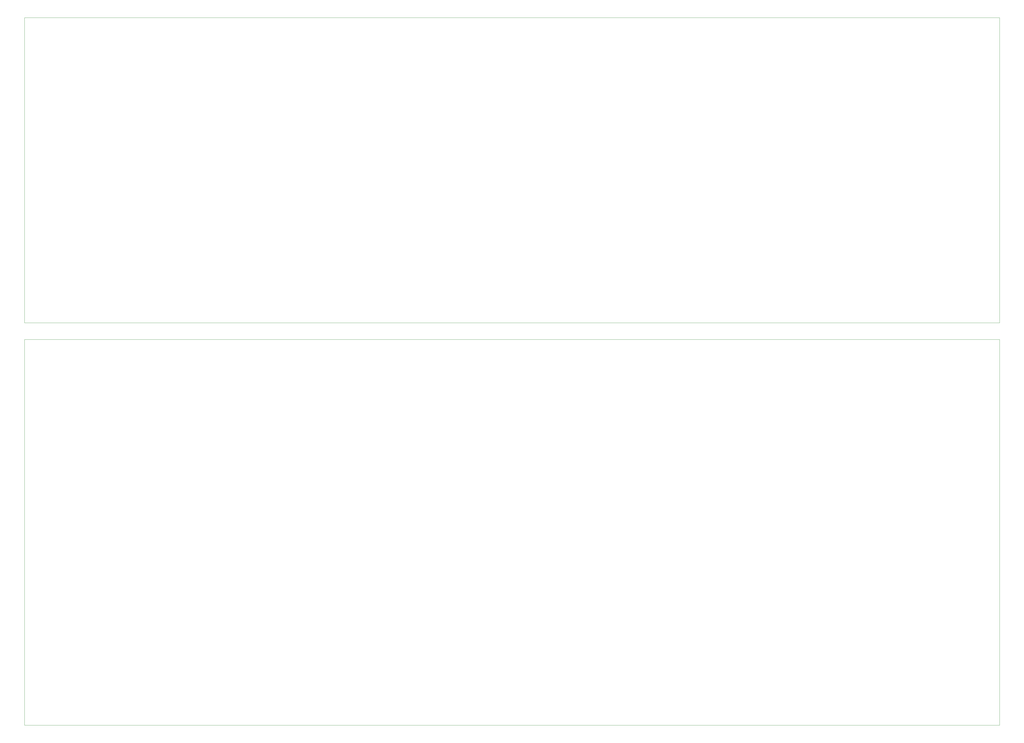
<source format=gm1>
G04 #@! TF.GenerationSoftware,KiCad,Pcbnew,no-vcs-found-7520~57~ubuntu14.04.1*
G04 #@! TF.CreationDate,2017-01-27T05:45:00+00:00*
G04 #@! TF.ProjectId,booster_panel,626F6F737465725F70616E656C2E6B69,rev?*
G04 #@! TF.FileFunction,Profile,NP*
%FSLAX46Y46*%
G04 Gerber Fmt 4.6, Leading zero omitted, Abs format (unit mm)*
G04 Created by KiCad (PCBNEW no-vcs-found-7520~57~ubuntu14.04.1) date Fri Jan 27 05:45:00 2017*
%MOMM*%
%LPD*%
G01*
G04 APERTURE LIST*
%ADD10C,0.100000*%
G04 APERTURE END LIST*
D10*
X60000000Y-169000000D02*
X60000000Y-59000000D01*
X60000000Y-59000000D02*
X411000000Y-59000000D01*
X411000000Y-59000000D02*
X411000000Y-169000000D01*
X411000000Y-169000000D02*
X60000000Y-169000000D01*
X60000000Y-314000000D02*
X60000000Y-175000000D01*
X60000000Y-175000000D02*
X411000000Y-175000000D01*
X411000000Y-175000000D02*
X411000000Y-314000000D01*
X411000000Y-314000000D02*
X60000000Y-314000000D01*
M02*

</source>
